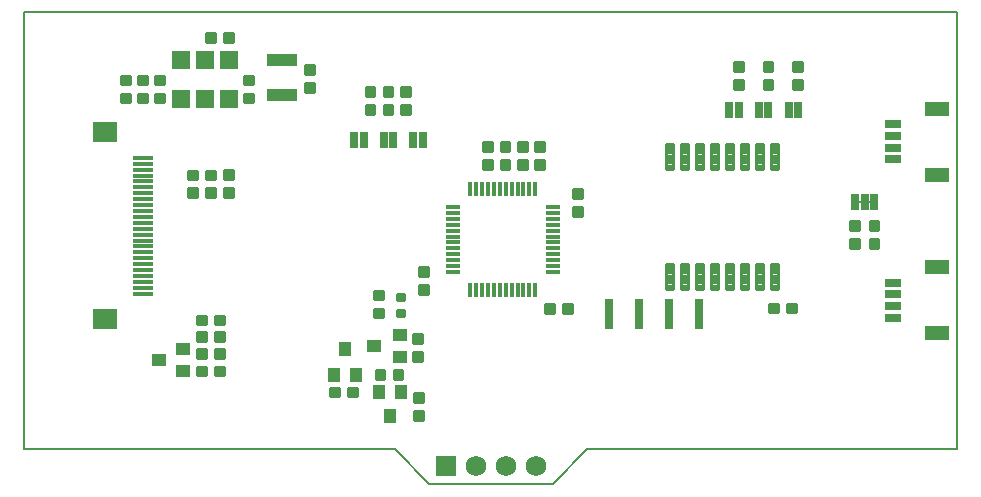
<source format=gts>
G75*
%MOIN*%
%OFA0B0*%
%FSLAX25Y25*%
%IPPOS*%
%LPD*%
%AMOC8*
5,1,8,0,0,1.08239X$1,22.5*
%
%ADD10C,0.00600*%
%ADD11C,0.01287*%
%ADD12R,0.05900X0.05900*%
%ADD13C,0.01015*%
%ADD14R,0.06699X0.01581*%
%ADD15R,0.08077X0.06699*%
%ADD16R,0.10243X0.04337*%
%ADD17R,0.04900X0.03900*%
%ADD18R,0.04400X0.04900*%
%ADD19R,0.01581X0.05124*%
%ADD20R,0.05124X0.01581*%
%ADD21R,0.02900X0.10400*%
%ADD22R,0.05715X0.02762*%
%ADD23R,0.08274X0.05124*%
%ADD24R,0.02900X0.05400*%
%ADD25C,0.00800*%
%ADD26C,0.01156*%
%ADD27R,0.04731X0.04337*%
%ADD28R,0.06900X0.06900*%
%ADD29C,0.06900*%
%ADD30R,0.04337X0.04731*%
D10*
X0003112Y0018800D02*
X0003112Y0164469D01*
X0314136Y0164469D01*
X0314136Y0018800D01*
X0190812Y0018800D01*
X0179254Y0007200D01*
X0138112Y0007200D01*
X0126612Y0018800D01*
X0003112Y0018800D01*
D11*
X0061166Y0046102D02*
X0063780Y0046102D01*
X0063780Y0043488D01*
X0061166Y0043488D01*
X0061166Y0046102D01*
X0061166Y0044711D02*
X0063780Y0044711D01*
X0063780Y0045934D02*
X0061166Y0045934D01*
X0067166Y0046102D02*
X0069780Y0046102D01*
X0069780Y0043488D01*
X0067166Y0043488D01*
X0067166Y0046102D01*
X0067166Y0044711D02*
X0069780Y0044711D01*
X0069780Y0045934D02*
X0067166Y0045934D01*
X0067166Y0051802D02*
X0069780Y0051802D01*
X0069780Y0049188D01*
X0067166Y0049188D01*
X0067166Y0051802D01*
X0067166Y0050411D02*
X0069780Y0050411D01*
X0069780Y0051634D02*
X0067166Y0051634D01*
X0067166Y0057502D02*
X0069780Y0057502D01*
X0069780Y0054888D01*
X0067166Y0054888D01*
X0067166Y0057502D01*
X0067166Y0056111D02*
X0069780Y0056111D01*
X0069780Y0057334D02*
X0067166Y0057334D01*
X0063780Y0057502D02*
X0061166Y0057502D01*
X0063780Y0057502D02*
X0063780Y0054888D01*
X0061166Y0054888D01*
X0061166Y0057502D01*
X0061166Y0056111D02*
X0063780Y0056111D01*
X0063780Y0057334D02*
X0061166Y0057334D01*
X0061166Y0063102D02*
X0063780Y0063102D01*
X0063780Y0060488D01*
X0061166Y0060488D01*
X0061166Y0063102D01*
X0061166Y0061711D02*
X0063780Y0061711D01*
X0063780Y0062934D02*
X0061166Y0062934D01*
X0067166Y0063102D02*
X0069780Y0063102D01*
X0069780Y0060488D01*
X0067166Y0060488D01*
X0067166Y0063102D01*
X0067166Y0061711D02*
X0069780Y0061711D01*
X0069780Y0062934D02*
X0067166Y0062934D01*
X0063780Y0051802D02*
X0061166Y0051802D01*
X0063780Y0051802D02*
X0063780Y0049188D01*
X0061166Y0049188D01*
X0061166Y0051802D01*
X0061166Y0050411D02*
X0063780Y0050411D01*
X0063780Y0051634D02*
X0061166Y0051634D01*
X0105305Y0039107D02*
X0107919Y0039107D01*
X0107919Y0036493D01*
X0105305Y0036493D01*
X0105305Y0039107D01*
X0105305Y0037716D02*
X0107919Y0037716D01*
X0107919Y0038939D02*
X0105305Y0038939D01*
X0111305Y0039107D02*
X0113919Y0039107D01*
X0113919Y0036493D01*
X0111305Y0036493D01*
X0111305Y0039107D01*
X0111305Y0037716D02*
X0113919Y0037716D01*
X0113919Y0038939D02*
X0111305Y0038939D01*
X0120566Y0045002D02*
X0123180Y0045002D01*
X0123180Y0042388D01*
X0120566Y0042388D01*
X0120566Y0045002D01*
X0120566Y0043611D02*
X0123180Y0043611D01*
X0123180Y0044834D02*
X0120566Y0044834D01*
X0126566Y0045002D02*
X0129180Y0045002D01*
X0129180Y0042388D01*
X0126566Y0042388D01*
X0126566Y0045002D01*
X0126566Y0043611D02*
X0129180Y0043611D01*
X0129180Y0044834D02*
X0126566Y0044834D01*
X0135619Y0048193D02*
X0135619Y0050807D01*
X0135619Y0048193D02*
X0133005Y0048193D01*
X0133005Y0050807D01*
X0135619Y0050807D01*
X0135619Y0049416D02*
X0133005Y0049416D01*
X0133005Y0050639D02*
X0135619Y0050639D01*
X0135619Y0054193D02*
X0135619Y0056807D01*
X0135619Y0054193D02*
X0133005Y0054193D01*
X0133005Y0056807D01*
X0135619Y0056807D01*
X0135619Y0055416D02*
X0133005Y0055416D01*
X0133005Y0056639D02*
X0135619Y0056639D01*
X0122614Y0062832D02*
X0122614Y0065446D01*
X0122614Y0062832D02*
X0120000Y0062832D01*
X0120000Y0065446D01*
X0122614Y0065446D01*
X0122614Y0064055D02*
X0120000Y0064055D01*
X0120000Y0065278D02*
X0122614Y0065278D01*
X0122614Y0068832D02*
X0122614Y0071446D01*
X0122614Y0068832D02*
X0120000Y0068832D01*
X0120000Y0071446D01*
X0122614Y0071446D01*
X0122614Y0070055D02*
X0120000Y0070055D01*
X0120000Y0071278D02*
X0122614Y0071278D01*
X0135105Y0070693D02*
X0135105Y0073307D01*
X0137719Y0073307D01*
X0137719Y0070693D01*
X0135105Y0070693D01*
X0135105Y0071916D02*
X0137719Y0071916D01*
X0137719Y0073139D02*
X0135105Y0073139D01*
X0135105Y0076693D02*
X0135105Y0079307D01*
X0137719Y0079307D01*
X0137719Y0076693D01*
X0135105Y0076693D01*
X0135105Y0077916D02*
X0137719Y0077916D01*
X0137719Y0079139D02*
X0135105Y0079139D01*
X0177105Y0066907D02*
X0179719Y0066907D01*
X0179719Y0064293D01*
X0177105Y0064293D01*
X0177105Y0066907D01*
X0177105Y0065516D02*
X0179719Y0065516D01*
X0179719Y0066739D02*
X0177105Y0066739D01*
X0183105Y0066907D02*
X0185719Y0066907D01*
X0185719Y0064293D01*
X0183105Y0064293D01*
X0183105Y0066907D01*
X0183105Y0065516D02*
X0185719Y0065516D01*
X0185719Y0066739D02*
X0183105Y0066739D01*
X0188919Y0096693D02*
X0188919Y0099307D01*
X0188919Y0096693D02*
X0186305Y0096693D01*
X0186305Y0099307D01*
X0188919Y0099307D01*
X0188919Y0097916D02*
X0186305Y0097916D01*
X0186305Y0099139D02*
X0188919Y0099139D01*
X0188919Y0102693D02*
X0188919Y0105307D01*
X0188919Y0102693D02*
X0186305Y0102693D01*
X0186305Y0105307D01*
X0188919Y0105307D01*
X0188919Y0103916D02*
X0186305Y0103916D01*
X0186305Y0105139D02*
X0188919Y0105139D01*
X0173705Y0112293D02*
X0173705Y0114907D01*
X0176319Y0114907D01*
X0176319Y0112293D01*
X0173705Y0112293D01*
X0173705Y0113516D02*
X0176319Y0113516D01*
X0176319Y0114739D02*
X0173705Y0114739D01*
X0167905Y0114907D02*
X0167905Y0112293D01*
X0167905Y0114907D02*
X0170519Y0114907D01*
X0170519Y0112293D01*
X0167905Y0112293D01*
X0167905Y0113516D02*
X0170519Y0113516D01*
X0170519Y0114739D02*
X0167905Y0114739D01*
X0164819Y0114907D02*
X0164819Y0112293D01*
X0162205Y0112293D01*
X0162205Y0114907D01*
X0164819Y0114907D01*
X0164819Y0113516D02*
X0162205Y0113516D01*
X0162205Y0114739D02*
X0164819Y0114739D01*
X0164819Y0118293D02*
X0164819Y0120907D01*
X0164819Y0118293D02*
X0162205Y0118293D01*
X0162205Y0120907D01*
X0164819Y0120907D01*
X0164819Y0119516D02*
X0162205Y0119516D01*
X0162205Y0120739D02*
X0164819Y0120739D01*
X0167905Y0120907D02*
X0167905Y0118293D01*
X0167905Y0120907D02*
X0170519Y0120907D01*
X0170519Y0118293D01*
X0167905Y0118293D01*
X0167905Y0119516D02*
X0170519Y0119516D01*
X0170519Y0120739D02*
X0167905Y0120739D01*
X0173705Y0120907D02*
X0173705Y0118293D01*
X0173705Y0120907D02*
X0176319Y0120907D01*
X0176319Y0118293D01*
X0173705Y0118293D01*
X0173705Y0119516D02*
X0176319Y0119516D01*
X0176319Y0120739D02*
X0173705Y0120739D01*
X0156405Y0120907D02*
X0156405Y0118293D01*
X0156405Y0120907D02*
X0159019Y0120907D01*
X0159019Y0118293D01*
X0156405Y0118293D01*
X0156405Y0119516D02*
X0159019Y0119516D01*
X0159019Y0120739D02*
X0156405Y0120739D01*
X0156405Y0114907D02*
X0156405Y0112293D01*
X0156405Y0114907D02*
X0159019Y0114907D01*
X0159019Y0112293D01*
X0156405Y0112293D01*
X0156405Y0113516D02*
X0159019Y0113516D01*
X0159019Y0114739D02*
X0156405Y0114739D01*
X0131719Y0130693D02*
X0131719Y0133307D01*
X0131719Y0130693D02*
X0129105Y0130693D01*
X0129105Y0133307D01*
X0131719Y0133307D01*
X0131719Y0131916D02*
X0129105Y0131916D01*
X0129105Y0133139D02*
X0131719Y0133139D01*
X0125819Y0133307D02*
X0125819Y0130693D01*
X0123205Y0130693D01*
X0123205Y0133307D01*
X0125819Y0133307D01*
X0125819Y0131916D02*
X0123205Y0131916D01*
X0123205Y0133139D02*
X0125819Y0133139D01*
X0119819Y0133307D02*
X0119819Y0130693D01*
X0117205Y0130693D01*
X0117205Y0133307D01*
X0119819Y0133307D01*
X0119819Y0131916D02*
X0117205Y0131916D01*
X0117205Y0133139D02*
X0119819Y0133139D01*
X0119819Y0136693D02*
X0119819Y0139307D01*
X0119819Y0136693D02*
X0117205Y0136693D01*
X0117205Y0139307D01*
X0119819Y0139307D01*
X0119819Y0137916D02*
X0117205Y0137916D01*
X0117205Y0139139D02*
X0119819Y0139139D01*
X0125819Y0139307D02*
X0125819Y0136693D01*
X0123205Y0136693D01*
X0123205Y0139307D01*
X0125819Y0139307D01*
X0125819Y0137916D02*
X0123205Y0137916D01*
X0123205Y0139139D02*
X0125819Y0139139D01*
X0131719Y0139307D02*
X0131719Y0136693D01*
X0129105Y0136693D01*
X0129105Y0139307D01*
X0131719Y0139307D01*
X0131719Y0137916D02*
X0129105Y0137916D01*
X0129105Y0139139D02*
X0131719Y0139139D01*
X0097110Y0137854D02*
X0097110Y0140468D01*
X0099724Y0140468D01*
X0099724Y0137854D01*
X0097110Y0137854D01*
X0097110Y0139077D02*
X0099724Y0139077D01*
X0099724Y0140300D02*
X0097110Y0140300D01*
X0097110Y0143854D02*
X0097110Y0146468D01*
X0099724Y0146468D01*
X0099724Y0143854D01*
X0097110Y0143854D01*
X0097110Y0145077D02*
X0099724Y0145077D01*
X0099724Y0146300D02*
X0097110Y0146300D01*
X0076810Y0143068D02*
X0076810Y0140454D01*
X0076810Y0143068D02*
X0079424Y0143068D01*
X0079424Y0140454D01*
X0076810Y0140454D01*
X0076810Y0141677D02*
X0079424Y0141677D01*
X0079424Y0142900D02*
X0076810Y0142900D01*
X0076810Y0137068D02*
X0076810Y0134454D01*
X0076810Y0137068D02*
X0079424Y0137068D01*
X0079424Y0134454D01*
X0076810Y0134454D01*
X0076810Y0135677D02*
X0079424Y0135677D01*
X0079424Y0136900D02*
X0076810Y0136900D01*
X0047110Y0137068D02*
X0047110Y0134454D01*
X0047110Y0137068D02*
X0049724Y0137068D01*
X0049724Y0134454D01*
X0047110Y0134454D01*
X0047110Y0135677D02*
X0049724Y0135677D01*
X0049724Y0136900D02*
X0047110Y0136900D01*
X0041410Y0137068D02*
X0041410Y0134454D01*
X0041410Y0137068D02*
X0044024Y0137068D01*
X0044024Y0134454D01*
X0041410Y0134454D01*
X0041410Y0135677D02*
X0044024Y0135677D01*
X0044024Y0136900D02*
X0041410Y0136900D01*
X0035710Y0137068D02*
X0035710Y0134454D01*
X0035710Y0137068D02*
X0038324Y0137068D01*
X0038324Y0134454D01*
X0035710Y0134454D01*
X0035710Y0135677D02*
X0038324Y0135677D01*
X0038324Y0136900D02*
X0035710Y0136900D01*
X0035710Y0140454D02*
X0035710Y0143068D01*
X0038324Y0143068D01*
X0038324Y0140454D01*
X0035710Y0140454D01*
X0035710Y0141677D02*
X0038324Y0141677D01*
X0038324Y0142900D02*
X0035710Y0142900D01*
X0041410Y0143068D02*
X0041410Y0140454D01*
X0041410Y0143068D02*
X0044024Y0143068D01*
X0044024Y0140454D01*
X0041410Y0140454D01*
X0041410Y0141677D02*
X0044024Y0141677D01*
X0044024Y0142900D02*
X0041410Y0142900D01*
X0047110Y0143068D02*
X0047110Y0140454D01*
X0047110Y0143068D02*
X0049724Y0143068D01*
X0049724Y0140454D01*
X0047110Y0140454D01*
X0047110Y0141677D02*
X0049724Y0141677D01*
X0049724Y0142900D02*
X0047110Y0142900D01*
X0063966Y0157302D02*
X0066580Y0157302D01*
X0066580Y0154688D01*
X0063966Y0154688D01*
X0063966Y0157302D01*
X0063966Y0155911D02*
X0066580Y0155911D01*
X0066580Y0157134D02*
X0063966Y0157134D01*
X0069966Y0157302D02*
X0072580Y0157302D01*
X0072580Y0154688D01*
X0069966Y0154688D01*
X0069966Y0157302D01*
X0069966Y0155911D02*
X0072580Y0155911D01*
X0072580Y0157134D02*
X0069966Y0157134D01*
X0070110Y0111568D02*
X0070110Y0108954D01*
X0070110Y0111568D02*
X0072724Y0111568D01*
X0072724Y0108954D01*
X0070110Y0108954D01*
X0070110Y0110177D02*
X0072724Y0110177D01*
X0072724Y0111400D02*
X0070110Y0111400D01*
X0066680Y0111402D02*
X0064066Y0111402D01*
X0066680Y0111402D02*
X0066680Y0108788D01*
X0064066Y0108788D01*
X0064066Y0111402D01*
X0064066Y0110011D02*
X0066680Y0110011D01*
X0066680Y0111234D02*
X0064066Y0111234D01*
X0060680Y0111402D02*
X0058066Y0111402D01*
X0060680Y0111402D02*
X0060680Y0108788D01*
X0058066Y0108788D01*
X0058066Y0111402D01*
X0058066Y0110011D02*
X0060680Y0110011D01*
X0060680Y0111234D02*
X0058066Y0111234D01*
X0058066Y0105702D02*
X0060680Y0105702D01*
X0060680Y0103088D01*
X0058066Y0103088D01*
X0058066Y0105702D01*
X0058066Y0104311D02*
X0060680Y0104311D01*
X0060680Y0105534D02*
X0058066Y0105534D01*
X0064066Y0105702D02*
X0066680Y0105702D01*
X0066680Y0103088D01*
X0064066Y0103088D01*
X0064066Y0105702D01*
X0064066Y0104311D02*
X0066680Y0104311D01*
X0066680Y0105534D02*
X0064066Y0105534D01*
X0070110Y0105568D02*
X0070110Y0102954D01*
X0070110Y0105568D02*
X0072724Y0105568D01*
X0072724Y0102954D01*
X0070110Y0102954D01*
X0070110Y0104177D02*
X0072724Y0104177D01*
X0072724Y0105400D02*
X0070110Y0105400D01*
X0133410Y0037268D02*
X0133410Y0034654D01*
X0133410Y0037268D02*
X0136024Y0037268D01*
X0136024Y0034654D01*
X0133410Y0034654D01*
X0133410Y0035877D02*
X0136024Y0035877D01*
X0136024Y0037100D02*
X0133410Y0037100D01*
X0133410Y0031268D02*
X0133410Y0028654D01*
X0133410Y0031268D02*
X0136024Y0031268D01*
X0136024Y0028654D01*
X0133410Y0028654D01*
X0133410Y0029877D02*
X0136024Y0029877D01*
X0136024Y0031100D02*
X0133410Y0031100D01*
X0251805Y0067107D02*
X0254419Y0067107D01*
X0254419Y0064493D01*
X0251805Y0064493D01*
X0251805Y0067107D01*
X0251805Y0065716D02*
X0254419Y0065716D01*
X0254419Y0066939D02*
X0251805Y0066939D01*
X0257805Y0067107D02*
X0260419Y0067107D01*
X0260419Y0064493D01*
X0257805Y0064493D01*
X0257805Y0067107D01*
X0257805Y0065716D02*
X0260419Y0065716D01*
X0260419Y0066939D02*
X0257805Y0066939D01*
X0281419Y0085893D02*
X0281419Y0088507D01*
X0281419Y0085893D02*
X0278805Y0085893D01*
X0278805Y0088507D01*
X0281419Y0088507D01*
X0281419Y0087116D02*
X0278805Y0087116D01*
X0278805Y0088339D02*
X0281419Y0088339D01*
X0287819Y0088507D02*
X0287819Y0085893D01*
X0285205Y0085893D01*
X0285205Y0088507D01*
X0287819Y0088507D01*
X0287819Y0087116D02*
X0285205Y0087116D01*
X0285205Y0088339D02*
X0287819Y0088339D01*
X0287819Y0091893D02*
X0287819Y0094507D01*
X0287819Y0091893D02*
X0285205Y0091893D01*
X0285205Y0094507D01*
X0287819Y0094507D01*
X0287819Y0093116D02*
X0285205Y0093116D01*
X0285205Y0094339D02*
X0287819Y0094339D01*
X0281419Y0094507D02*
X0281419Y0091893D01*
X0278805Y0091893D01*
X0278805Y0094507D01*
X0281419Y0094507D01*
X0281419Y0093116D02*
X0278805Y0093116D01*
X0278805Y0094339D02*
X0281419Y0094339D01*
X0262419Y0139093D02*
X0262419Y0141707D01*
X0262419Y0139093D02*
X0259805Y0139093D01*
X0259805Y0141707D01*
X0262419Y0141707D01*
X0262419Y0140316D02*
X0259805Y0140316D01*
X0259805Y0141539D02*
X0262419Y0141539D01*
X0262419Y0145093D02*
X0262419Y0147707D01*
X0262419Y0145093D02*
X0259805Y0145093D01*
X0259805Y0147707D01*
X0262419Y0147707D01*
X0262419Y0146316D02*
X0259805Y0146316D01*
X0259805Y0147539D02*
X0262419Y0147539D01*
X0252515Y0147668D02*
X0252515Y0145054D01*
X0249901Y0145054D01*
X0249901Y0147668D01*
X0252515Y0147668D01*
X0252515Y0146277D02*
X0249901Y0146277D01*
X0249901Y0147500D02*
X0252515Y0147500D01*
X0252515Y0141668D02*
X0252515Y0139054D01*
X0249901Y0139054D01*
X0249901Y0141668D01*
X0252515Y0141668D01*
X0252515Y0140277D02*
X0249901Y0140277D01*
X0249901Y0141500D02*
X0252515Y0141500D01*
X0242519Y0141707D02*
X0242519Y0139093D01*
X0239905Y0139093D01*
X0239905Y0141707D01*
X0242519Y0141707D01*
X0242519Y0140316D02*
X0239905Y0140316D01*
X0239905Y0141539D02*
X0242519Y0141539D01*
X0242519Y0145093D02*
X0242519Y0147707D01*
X0242519Y0145093D02*
X0239905Y0145093D01*
X0239905Y0147707D01*
X0242519Y0147707D01*
X0242519Y0146316D02*
X0239905Y0146316D01*
X0239905Y0147539D02*
X0242519Y0147539D01*
D12*
X0071307Y0148739D03*
X0063407Y0148739D03*
X0055317Y0148761D03*
X0055317Y0135761D03*
X0063407Y0135739D03*
X0071307Y0135739D03*
D13*
X0129785Y0070654D02*
X0129785Y0068768D01*
X0127249Y0068768D01*
X0127249Y0070654D01*
X0129785Y0070654D01*
X0129785Y0069732D02*
X0127249Y0069732D01*
X0129785Y0065154D02*
X0129785Y0063268D01*
X0127249Y0063268D01*
X0127249Y0065154D01*
X0129785Y0065154D01*
X0129785Y0064232D02*
X0127249Y0064232D01*
D14*
X0042679Y0070728D03*
X0042679Y0072696D03*
X0042679Y0074665D03*
X0042679Y0076633D03*
X0042679Y0078602D03*
X0042679Y0080570D03*
X0042679Y0082539D03*
X0042679Y0084507D03*
X0042679Y0086476D03*
X0042679Y0088444D03*
X0042679Y0090413D03*
X0042679Y0092381D03*
X0042679Y0094350D03*
X0042679Y0096318D03*
X0042679Y0098287D03*
X0042679Y0100255D03*
X0042679Y0102224D03*
X0042679Y0104192D03*
X0042679Y0106161D03*
X0042679Y0108129D03*
X0042679Y0110098D03*
X0042679Y0112066D03*
X0042679Y0114035D03*
X0042679Y0116003D03*
D15*
X0029884Y0124468D03*
X0029884Y0062263D03*
D16*
X0088907Y0136834D03*
X0088907Y0148645D03*
D17*
X0056007Y0052280D03*
X0048007Y0048539D03*
X0056007Y0044799D03*
D18*
X0121267Y0037839D03*
X0128748Y0037839D03*
X0125007Y0029839D03*
D19*
X0151785Y0072068D03*
X0153754Y0072068D03*
X0155722Y0072068D03*
X0157691Y0072068D03*
X0159659Y0072068D03*
X0161628Y0072068D03*
X0163596Y0072068D03*
X0165565Y0072068D03*
X0167533Y0072068D03*
X0169502Y0072068D03*
X0171470Y0072068D03*
X0173439Y0072068D03*
X0173439Y0105532D03*
X0171470Y0105532D03*
X0169502Y0105532D03*
X0167533Y0105532D03*
X0165565Y0105532D03*
X0163596Y0105532D03*
X0161628Y0105532D03*
X0159659Y0105532D03*
X0157691Y0105532D03*
X0155722Y0105532D03*
X0153754Y0105532D03*
X0151785Y0105532D03*
D20*
X0145880Y0099627D03*
X0145880Y0097658D03*
X0145880Y0095690D03*
X0145880Y0093721D03*
X0145880Y0091753D03*
X0145880Y0089784D03*
X0145880Y0087816D03*
X0145880Y0085847D03*
X0145880Y0083879D03*
X0145880Y0081910D03*
X0145880Y0079942D03*
X0145880Y0077973D03*
X0179344Y0077973D03*
X0179344Y0079942D03*
X0179344Y0081910D03*
X0179344Y0083879D03*
X0179344Y0085847D03*
X0179344Y0087816D03*
X0179344Y0089784D03*
X0179344Y0091753D03*
X0179344Y0093721D03*
X0179344Y0095690D03*
X0179344Y0097658D03*
X0179344Y0099627D03*
D21*
X0198109Y0063900D03*
X0208109Y0063900D03*
X0218109Y0063900D03*
X0228109Y0063900D03*
D22*
X0292812Y0062594D03*
X0292812Y0066531D03*
X0292812Y0070469D03*
X0292812Y0074406D03*
X0292812Y0115494D03*
X0292812Y0119431D03*
X0292812Y0123369D03*
X0292812Y0127306D03*
D23*
X0307281Y0132424D03*
X0307281Y0110376D03*
X0307281Y0079524D03*
X0307281Y0057476D03*
D24*
X0286512Y0101200D03*
X0283312Y0101200D03*
X0280112Y0101200D03*
X0261094Y0132000D03*
X0257894Y0132000D03*
X0251151Y0132000D03*
X0247951Y0132000D03*
X0241309Y0132000D03*
X0238109Y0132000D03*
X0135912Y0122000D03*
X0132712Y0122000D03*
X0126112Y0122000D03*
X0122912Y0122000D03*
X0116312Y0122000D03*
X0113112Y0122000D03*
D25*
X0279912Y0101200D02*
X0286812Y0101200D01*
D26*
X0254247Y0120542D02*
X0252003Y0120542D01*
X0254247Y0120542D02*
X0254247Y0112298D01*
X0252003Y0112298D01*
X0252003Y0120542D01*
X0252003Y0113396D02*
X0254247Y0113396D01*
X0254247Y0114494D02*
X0252003Y0114494D01*
X0252003Y0115592D02*
X0254247Y0115592D01*
X0254247Y0116690D02*
X0252003Y0116690D01*
X0252003Y0117788D02*
X0254247Y0117788D01*
X0254247Y0118886D02*
X0252003Y0118886D01*
X0252003Y0119984D02*
X0254247Y0119984D01*
X0249247Y0120542D02*
X0247003Y0120542D01*
X0249247Y0120542D02*
X0249247Y0112298D01*
X0247003Y0112298D01*
X0247003Y0120542D01*
X0247003Y0113396D02*
X0249247Y0113396D01*
X0249247Y0114494D02*
X0247003Y0114494D01*
X0247003Y0115592D02*
X0249247Y0115592D01*
X0249247Y0116690D02*
X0247003Y0116690D01*
X0247003Y0117788D02*
X0249247Y0117788D01*
X0249247Y0118886D02*
X0247003Y0118886D01*
X0247003Y0119984D02*
X0249247Y0119984D01*
X0244247Y0120542D02*
X0242003Y0120542D01*
X0244247Y0120542D02*
X0244247Y0112298D01*
X0242003Y0112298D01*
X0242003Y0120542D01*
X0242003Y0113396D02*
X0244247Y0113396D01*
X0244247Y0114494D02*
X0242003Y0114494D01*
X0242003Y0115592D02*
X0244247Y0115592D01*
X0244247Y0116690D02*
X0242003Y0116690D01*
X0242003Y0117788D02*
X0244247Y0117788D01*
X0244247Y0118886D02*
X0242003Y0118886D01*
X0242003Y0119984D02*
X0244247Y0119984D01*
X0239247Y0120542D02*
X0237003Y0120542D01*
X0239247Y0120542D02*
X0239247Y0112298D01*
X0237003Y0112298D01*
X0237003Y0120542D01*
X0237003Y0113396D02*
X0239247Y0113396D01*
X0239247Y0114494D02*
X0237003Y0114494D01*
X0237003Y0115592D02*
X0239247Y0115592D01*
X0239247Y0116690D02*
X0237003Y0116690D01*
X0237003Y0117788D02*
X0239247Y0117788D01*
X0239247Y0118886D02*
X0237003Y0118886D01*
X0237003Y0119984D02*
X0239247Y0119984D01*
X0234247Y0120542D02*
X0232003Y0120542D01*
X0234247Y0120542D02*
X0234247Y0112298D01*
X0232003Y0112298D01*
X0232003Y0120542D01*
X0232003Y0113396D02*
X0234247Y0113396D01*
X0234247Y0114494D02*
X0232003Y0114494D01*
X0232003Y0115592D02*
X0234247Y0115592D01*
X0234247Y0116690D02*
X0232003Y0116690D01*
X0232003Y0117788D02*
X0234247Y0117788D01*
X0234247Y0118886D02*
X0232003Y0118886D01*
X0232003Y0119984D02*
X0234247Y0119984D01*
X0229247Y0120542D02*
X0227003Y0120542D01*
X0229247Y0120542D02*
X0229247Y0112298D01*
X0227003Y0112298D01*
X0227003Y0120542D01*
X0227003Y0113396D02*
X0229247Y0113396D01*
X0229247Y0114494D02*
X0227003Y0114494D01*
X0227003Y0115592D02*
X0229247Y0115592D01*
X0229247Y0116690D02*
X0227003Y0116690D01*
X0227003Y0117788D02*
X0229247Y0117788D01*
X0229247Y0118886D02*
X0227003Y0118886D01*
X0227003Y0119984D02*
X0229247Y0119984D01*
X0224247Y0120542D02*
X0222003Y0120542D01*
X0224247Y0120542D02*
X0224247Y0112298D01*
X0222003Y0112298D01*
X0222003Y0120542D01*
X0222003Y0113396D02*
X0224247Y0113396D01*
X0224247Y0114494D02*
X0222003Y0114494D01*
X0222003Y0115592D02*
X0224247Y0115592D01*
X0224247Y0116690D02*
X0222003Y0116690D01*
X0222003Y0117788D02*
X0224247Y0117788D01*
X0224247Y0118886D02*
X0222003Y0118886D01*
X0222003Y0119984D02*
X0224247Y0119984D01*
X0219247Y0120542D02*
X0217003Y0120542D01*
X0219247Y0120542D02*
X0219247Y0112298D01*
X0217003Y0112298D01*
X0217003Y0120542D01*
X0217003Y0113396D02*
X0219247Y0113396D01*
X0219247Y0114494D02*
X0217003Y0114494D01*
X0217003Y0115592D02*
X0219247Y0115592D01*
X0219247Y0116690D02*
X0217003Y0116690D01*
X0217003Y0117788D02*
X0219247Y0117788D01*
X0219247Y0118886D02*
X0217003Y0118886D01*
X0217003Y0119984D02*
X0219247Y0119984D01*
X0219247Y0080542D02*
X0217003Y0080542D01*
X0219247Y0080542D02*
X0219247Y0072298D01*
X0217003Y0072298D01*
X0217003Y0080542D01*
X0217003Y0073396D02*
X0219247Y0073396D01*
X0219247Y0074494D02*
X0217003Y0074494D01*
X0217003Y0075592D02*
X0219247Y0075592D01*
X0219247Y0076690D02*
X0217003Y0076690D01*
X0217003Y0077788D02*
X0219247Y0077788D01*
X0219247Y0078886D02*
X0217003Y0078886D01*
X0217003Y0079984D02*
X0219247Y0079984D01*
X0222003Y0080542D02*
X0224247Y0080542D01*
X0224247Y0072298D01*
X0222003Y0072298D01*
X0222003Y0080542D01*
X0222003Y0073396D02*
X0224247Y0073396D01*
X0224247Y0074494D02*
X0222003Y0074494D01*
X0222003Y0075592D02*
X0224247Y0075592D01*
X0224247Y0076690D02*
X0222003Y0076690D01*
X0222003Y0077788D02*
X0224247Y0077788D01*
X0224247Y0078886D02*
X0222003Y0078886D01*
X0222003Y0079984D02*
X0224247Y0079984D01*
X0227003Y0080542D02*
X0229247Y0080542D01*
X0229247Y0072298D01*
X0227003Y0072298D01*
X0227003Y0080542D01*
X0227003Y0073396D02*
X0229247Y0073396D01*
X0229247Y0074494D02*
X0227003Y0074494D01*
X0227003Y0075592D02*
X0229247Y0075592D01*
X0229247Y0076690D02*
X0227003Y0076690D01*
X0227003Y0077788D02*
X0229247Y0077788D01*
X0229247Y0078886D02*
X0227003Y0078886D01*
X0227003Y0079984D02*
X0229247Y0079984D01*
X0232003Y0080542D02*
X0234247Y0080542D01*
X0234247Y0072298D01*
X0232003Y0072298D01*
X0232003Y0080542D01*
X0232003Y0073396D02*
X0234247Y0073396D01*
X0234247Y0074494D02*
X0232003Y0074494D01*
X0232003Y0075592D02*
X0234247Y0075592D01*
X0234247Y0076690D02*
X0232003Y0076690D01*
X0232003Y0077788D02*
X0234247Y0077788D01*
X0234247Y0078886D02*
X0232003Y0078886D01*
X0232003Y0079984D02*
X0234247Y0079984D01*
X0237003Y0080542D02*
X0239247Y0080542D01*
X0239247Y0072298D01*
X0237003Y0072298D01*
X0237003Y0080542D01*
X0237003Y0073396D02*
X0239247Y0073396D01*
X0239247Y0074494D02*
X0237003Y0074494D01*
X0237003Y0075592D02*
X0239247Y0075592D01*
X0239247Y0076690D02*
X0237003Y0076690D01*
X0237003Y0077788D02*
X0239247Y0077788D01*
X0239247Y0078886D02*
X0237003Y0078886D01*
X0237003Y0079984D02*
X0239247Y0079984D01*
X0242003Y0080542D02*
X0244247Y0080542D01*
X0244247Y0072298D01*
X0242003Y0072298D01*
X0242003Y0080542D01*
X0242003Y0073396D02*
X0244247Y0073396D01*
X0244247Y0074494D02*
X0242003Y0074494D01*
X0242003Y0075592D02*
X0244247Y0075592D01*
X0244247Y0076690D02*
X0242003Y0076690D01*
X0242003Y0077788D02*
X0244247Y0077788D01*
X0244247Y0078886D02*
X0242003Y0078886D01*
X0242003Y0079984D02*
X0244247Y0079984D01*
X0247003Y0080542D02*
X0249247Y0080542D01*
X0249247Y0072298D01*
X0247003Y0072298D01*
X0247003Y0080542D01*
X0247003Y0073396D02*
X0249247Y0073396D01*
X0249247Y0074494D02*
X0247003Y0074494D01*
X0247003Y0075592D02*
X0249247Y0075592D01*
X0249247Y0076690D02*
X0247003Y0076690D01*
X0247003Y0077788D02*
X0249247Y0077788D01*
X0249247Y0078886D02*
X0247003Y0078886D01*
X0247003Y0079984D02*
X0249247Y0079984D01*
X0252003Y0080542D02*
X0254247Y0080542D01*
X0254247Y0072298D01*
X0252003Y0072298D01*
X0252003Y0080542D01*
X0252003Y0073396D02*
X0254247Y0073396D01*
X0254247Y0074494D02*
X0252003Y0074494D01*
X0252003Y0075592D02*
X0254247Y0075592D01*
X0254247Y0076690D02*
X0252003Y0076690D01*
X0252003Y0077788D02*
X0254247Y0077788D01*
X0254247Y0078886D02*
X0252003Y0078886D01*
X0252003Y0079984D02*
X0254247Y0079984D01*
D27*
X0128443Y0056940D03*
X0119781Y0053200D03*
X0128443Y0049460D03*
D28*
X0143624Y0013200D03*
D29*
X0153624Y0013200D03*
X0163624Y0013200D03*
X0173624Y0013200D03*
D30*
X0113752Y0043469D03*
X0106272Y0043469D03*
X0110012Y0052131D03*
M02*

</source>
